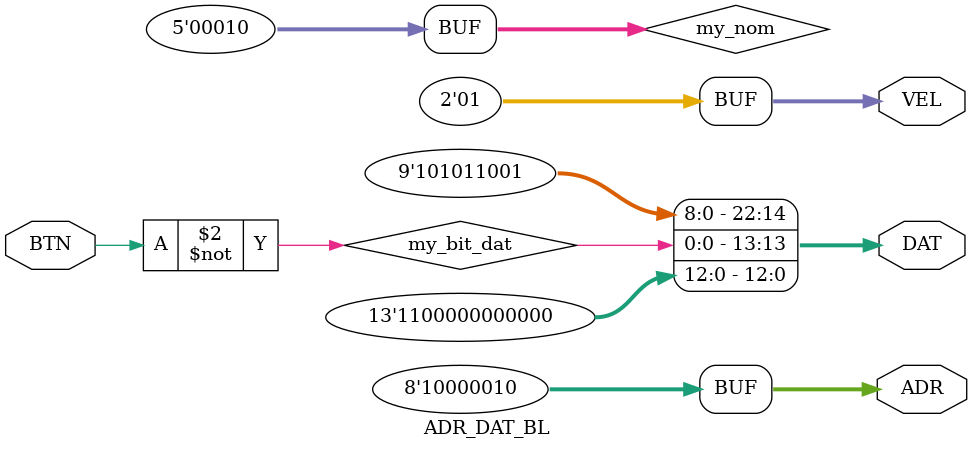
<source format=v>
`timescale 1ns / 1ps
module ADR_DAT_BL(input BTN, 	output wire [1:0] VEL,
										output wire [7:0] ADR,
										output wire [22:0] DAT);
										
	wire [4:0] my_nom = 5'b00010 ;
	assign ADR = {3'b100,my_nom} ;
	parameter my_dat = 23'h567800 ;
	parameter my_VEL = 2'b01 ;
	wire my_bit_dat = (my_dat[13]^BTN) ;
	assign DAT = {my_dat[22:14],my_bit_dat,my_dat[12:0]} ;
	assign VEL = my_VEL ;
endmodule

</source>
